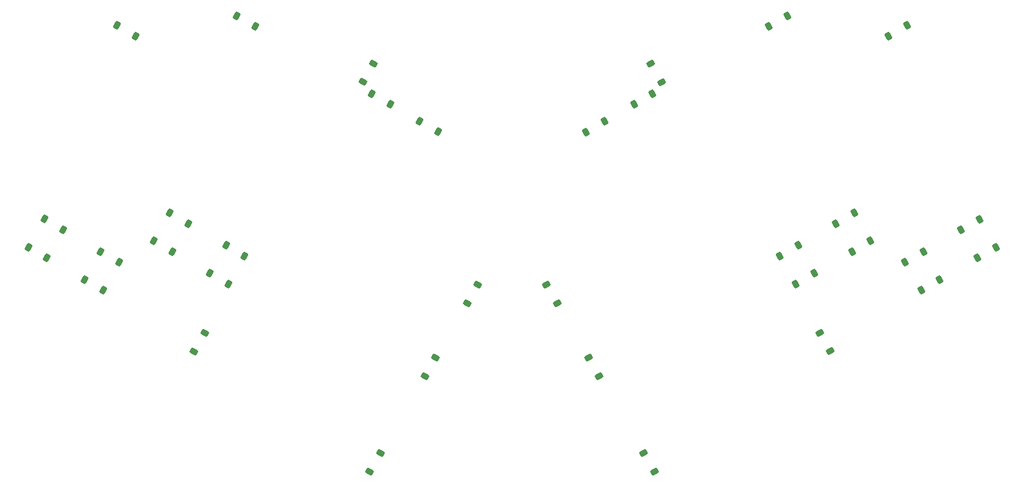
<source format=gbr>
%TF.GenerationSoftware,KiCad,Pcbnew,8.0.7-8.0.7-0~ubuntu22.04.1*%
%TF.CreationDate,2025-01-04T18:43:15+00:00*%
%TF.ProjectId,minikeeb,6d696e69-6b65-4656-922e-6b696361645f,rev?*%
%TF.SameCoordinates,Original*%
%TF.FileFunction,Paste,Top*%
%TF.FilePolarity,Positive*%
%FSLAX46Y46*%
G04 Gerber Fmt 4.6, Leading zero omitted, Abs format (unit mm)*
G04 Created by KiCad (PCBNEW 8.0.7-8.0.7-0~ubuntu22.04.1) date 2025-01-04 18:43:15*
%MOMM*%
%LPD*%
G01*
G04 APERTURE LIST*
G04 Aperture macros list*
%AMRoundRect*
0 Rectangle with rounded corners*
0 $1 Rounding radius*
0 $2 $3 $4 $5 $6 $7 $8 $9 X,Y pos of 4 corners*
0 Add a 4 corners polygon primitive as box body*
4,1,4,$2,$3,$4,$5,$6,$7,$8,$9,$2,$3,0*
0 Add four circle primitives for the rounded corners*
1,1,$1+$1,$2,$3*
1,1,$1+$1,$4,$5*
1,1,$1+$1,$6,$7*
1,1,$1+$1,$8,$9*
0 Add four rect primitives between the rounded corners*
20,1,$1+$1,$2,$3,$4,$5,0*
20,1,$1+$1,$4,$5,$6,$7,0*
20,1,$1+$1,$6,$7,$8,$9,0*
20,1,$1+$1,$8,$9,$2,$3,0*%
G04 Aperture macros list end*
%ADD10RoundRect,0.225000X-0.007356X-0.437260X0.382356X-0.212260X0.007356X0.437260X-0.382356X0.212260X0*%
%ADD11RoundRect,0.225000X-0.437260X0.007356X-0.212260X-0.382356X0.437260X-0.007356X0.212260X0.382356X0*%
%ADD12RoundRect,0.225000X0.382356X0.212260X-0.007356X0.437260X-0.382356X-0.212260X0.007356X-0.437260X0*%
%ADD13RoundRect,0.225000X-0.212260X0.382356X-0.437260X-0.007356X0.212260X-0.382356X0.437260X0.007356X0*%
%ADD14RoundRect,0.225000X0.007356X0.437260X-0.382356X0.212260X-0.007356X-0.437260X0.382356X-0.212260X0*%
%ADD15RoundRect,0.225000X-0.382356X-0.212260X0.007356X-0.437260X0.382356X0.212260X-0.007356X0.437260X0*%
G04 APERTURE END LIST*
D10*
%TO.C,D19*%
X214021558Y-81480864D03*
X216879442Y-79830864D03*
%TD*%
%TO.C,D18*%
X203360631Y-75511597D03*
X206218515Y-73861597D03*
%TD*%
%TO.C,D30*%
X225181812Y-80810991D03*
X228039696Y-79160991D03*
%TD*%
%TO.C,D7*%
X172237814Y-57107297D03*
X175095698Y-55457297D03*
%TD*%
D11*
%TO.C,D34*%
X200855762Y-92373036D03*
X202505762Y-95230920D03*
%TD*%
D10*
%TO.C,D9*%
X193023290Y-45106797D03*
X195881174Y-43456797D03*
%TD*%
%TO.C,D28*%
X205860631Y-79841724D03*
X208718515Y-78191724D03*
%TD*%
D12*
%TO.C,D13*%
X103539369Y-75511597D03*
X100681485Y-73861597D03*
%TD*%
D13*
%TO.C,D15*%
X148155704Y-84931837D03*
X146505704Y-87789721D03*
%TD*%
D12*
%TO.C,D2*%
X113879978Y-45097136D03*
X111022094Y-43447136D03*
%TD*%
D11*
%TO.C,D16*%
X158754680Y-84951823D03*
X160404680Y-87809707D03*
%TD*%
D14*
%TO.C,D6*%
X167714996Y-59718547D03*
X164857112Y-61368547D03*
%TD*%
D13*
%TO.C,D32*%
X133144454Y-110932085D03*
X131494454Y-113789969D03*
%TD*%
D12*
%TO.C,D1*%
X95418091Y-46574063D03*
X92560207Y-44924063D03*
%TD*%
D11*
%TO.C,D33*%
X173754680Y-110932585D03*
X175404680Y-113790469D03*
%TD*%
D12*
%TO.C,D23*%
X101039369Y-79841724D03*
X98181485Y-78191724D03*
%TD*%
D13*
%TO.C,D25*%
X141655704Y-96190167D03*
X140005704Y-99048051D03*
%TD*%
D12*
%TO.C,D21*%
X81714724Y-80808990D03*
X78856840Y-79158990D03*
%TD*%
%TO.C,D22*%
X90374978Y-85808990D03*
X87517094Y-84158990D03*
%TD*%
D10*
%TO.C,D10*%
X211481043Y-46574563D03*
X214338927Y-44924563D03*
%TD*%
%TO.C,D29*%
X216521558Y-85810991D03*
X219379442Y-84160991D03*
%TD*%
D12*
%TO.C,D11*%
X84214724Y-76478863D03*
X81356840Y-74828863D03*
%TD*%
D11*
%TO.C,D8*%
X174840217Y-50812791D03*
X176490217Y-53670675D03*
%TD*%
D12*
%TO.C,D24*%
X109699623Y-84841724D03*
X106841739Y-83191724D03*
%TD*%
%TO.C,D4*%
X134665454Y-57097636D03*
X131807570Y-55447636D03*
%TD*%
D13*
%TO.C,D3*%
X132063917Y-50803631D03*
X130413917Y-53661515D03*
%TD*%
D15*
%TO.C,D5*%
X139188271Y-59708886D03*
X142046155Y-61358886D03*
%TD*%
D11*
%TO.C,D26*%
X165243430Y-96190668D03*
X166893430Y-99048552D03*
%TD*%
D12*
%TO.C,D14*%
X112199623Y-80511597D03*
X109341739Y-78861597D03*
%TD*%
D10*
%TO.C,D27*%
X197200377Y-84841724D03*
X200058261Y-83191724D03*
%TD*%
D13*
%TO.C,D31*%
X106031256Y-92391521D03*
X104381256Y-95249405D03*
%TD*%
D10*
%TO.C,D17*%
X194700377Y-80511597D03*
X197558261Y-78861597D03*
%TD*%
%TO.C,D20*%
X222681812Y-76480864D03*
X225539696Y-74830864D03*
%TD*%
D12*
%TO.C,D12*%
X92874978Y-81478863D03*
X90017094Y-79828863D03*
%TD*%
M02*

</source>
